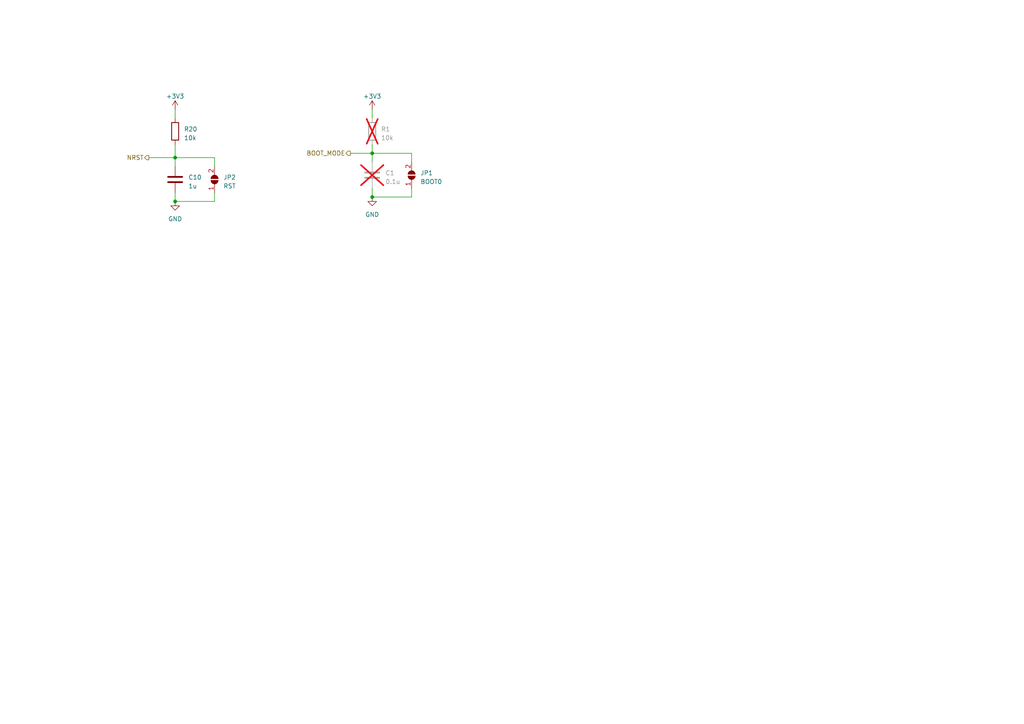
<source format=kicad_sch>
(kicad_sch (version 20231120) (generator "eeschema") (generator_version "8.0")
  (paper "A4")
  (lib_symbols
    (symbol "Device:C" (pin_numbers hide) (pin_names (offset 0.254))
      (property "Reference" "C" (at 0.635 2.54 0))
      (property "Value" "C" (at 0.635 -2.54 0))
      (symbol "C_0_1"
        (polyline (pts (xy -2.032 -0.762) (xy 2.032 -0.762)) (stroke (width 0.508)))
        (polyline (pts (xy -2.032 0.762) (xy 2.032 0.762)) (stroke (width 0.508)))
      )
      (symbol "C_1_1"
        (pin passive line (at 0 3.81 270) (length 2.794) (name "~") (number "1"))
        (pin passive line (at 0 -3.81 90) (length 2.794) (name "~") (number "2"))
      )
    )
    (symbol "Device:R" (pin_numbers hide) (pin_names (offset 0))
      (property "Reference" "R" (at 2.032 0 90))
      (property "Value" "R" (at 0 0 90))
      (symbol "R_0_1"
        (rectangle (start -1.016 -2.54) (end 1.016 2.54) (stroke (width 0.254)))
      )
      (symbol "R_1_1"
        (pin passive line (at 0 3.81 270) (length 1.27) (name "~") (number "1"))
        (pin passive line (at 0 -3.81 90) (length 1.27) (name "~") (number "2"))
      )
    )
    (symbol "Jumper:SolderJumper_2_Open" (pin_names (offset 0) hide)
      (property "Reference" "JP" (at 0 2.032 0))
      (property "Value" "SolderJumper_2_Open" (at 0 -2.54 0))
      (symbol "SolderJumper_2_Open_0_1"
        (arc (start -0.254 1.016) (mid -1.2656 0) (end -0.254 -1.016))
        (arc (start -0.254 1.016) (mid -1.2656 0) (end -0.254 -1.016) (fill (type outline)))
        (polyline (pts (xy -0.254 1.016) (xy -0.254 -1.016)))
        (polyline (pts (xy 0.254 1.016) (xy 0.254 -1.016)))
        (arc (start 0.254 -1.016) (mid 1.2656 0) (end 0.254 1.016))
        (arc (start 0.254 -1.016) (mid 1.2656 0) (end 0.254 1.016) (fill (type outline)))
      )
      (symbol "SolderJumper_2_Open_1_1"
        (pin passive line (at -3.81 0 0) (length 2.54) (name "A") (number "1"))
        (pin passive line (at 3.81 0 180) (length 2.54) (name "B") (number "2"))
      )
    )
    (symbol "power:+3V3" (power) (pin_names (offset 0))
      (property "Value" "+3V3" (at 0 3.556 0))
      (symbol "+3V3_0_1"
        (polyline (pts (xy -0.762 1.27) (xy 0 2.54)))
        (polyline (pts (xy 0 0) (xy 0 2.54)))
        (polyline (pts (xy 0 2.54) (xy 0.762 1.27)))
      )
      (symbol "+3V3_1_1"
        (pin power_in line (at 0 0 90) (length 0) hide (name "+3V3") (number "1"))
      )
    )
    (symbol "power:GND" (power) (pin_names (offset 0))
      (property "Value" "GND" (at 0 -3.81 0))
      (symbol "GND_0_1"
        (polyline (pts (xy 0 0) (xy 0 -1.27) (xy 1.27 -1.27) (xy 0 -2.54) (xy -1.27 -1.27) (xy 0 -1.27)))
      )
      (symbol "GND_1_1"
        (pin power_in line (at 0 0 270) (length 0) hide (name "GND") (number "1"))
      )
    )
  )
  (junction (at 107.95 57.15))
  (junction (at 50.8 58.42))
  (junction (at 107.95 44.45))
  (junction (at 50.8 45.72))
  (wire (pts (xy 119.38 54.61) (xy 119.38 57.15)))
  (wire (pts (xy 119.38 57.15) (xy 107.95 57.15)))
  (wire (pts (xy 50.8 41.91) (xy 50.8 45.72)))
  (wire (pts (xy 107.95 41.91) (xy 107.95 44.45)))
  (wire (pts (xy 62.23 58.42) (xy 50.8 58.42)))
  (wire (pts (xy 43.18 45.72) (xy 50.8 45.72)))
  (wire (pts (xy 101.6 44.45) (xy 107.95 44.45)))
  (wire (pts (xy 107.95 44.45) (xy 119.38 44.45)))
  (wire (pts (xy 50.8 31.75) (xy 50.8 34.29)))
  (wire (pts (xy 107.95 57.15) (xy 107.95 54.61)))
  (wire (pts (xy 50.8 45.72) (xy 50.8 48.26)))
  (wire (pts (xy 119.38 44.45) (xy 119.38 46.99)))
  (wire (pts (xy 107.95 31.75) (xy 107.95 34.29)))
  (wire (pts (xy 50.8 45.72) (xy 62.23 45.72)))
  (wire (pts (xy 62.23 45.72) (xy 62.23 48.26)))
  (wire (pts (xy 107.95 44.45) (xy 107.95 46.99)))
  (wire (pts (xy 62.23 55.88) (xy 62.23 58.42)))
  (wire (pts (xy 50.8 58.42) (xy 50.8 55.88)))
  (hierarchical_label "NRST" (shape output) (at 43.18 45.72 180))
  (hierarchical_label "BOOT_MODE" (shape output) (at 101.6 44.45 180))
  (symbol (lib_id "power:+3V3") (at 50.8 31.75 0) (unit 1)
    (property "Reference" "#PWR019" (effects (hide yes)))
    (property "Value" "+3V3" (at 50.8 27.94 0))
  )
  (symbol (lib_id "Device:C") (at 50.8 52.07 0) (unit 1)
    (property "Reference" "C10" (at 54.61 51.435 0) (effects (justify left)))
    (property "Value" "1u" (at 54.61 53.975 0) (effects (justify left)))
    (property "Footprint" "Capacitor_SMD:C_0603_1608Metric" (effects (hide yes)))
  )
  (symbol (lib_id "Jumper:SolderJumper_2_Open") (at 119.38 50.8 90) (unit 1) (in_bom no)
    (property "Reference" "JP1" (at 121.92 50.165 90) (effects (justify right)))
    (property "Value" "BOOT0" (at 121.92 52.705 90) (effects (justify right)))
    (property "Footprint" "Jumper:SolderJumper-2_P1.3mm_Open_RoundedPad1.0x1.5mm" (effects (hide yes)))
  )
  (symbol (lib_id "power:+3V3") (at 107.95 31.75 0) (unit 1)
    (property "Reference" "#PWR043" (effects (hide yes)))
    (property "Value" "+3V3" (at 107.95 27.94 0))
  )
  (symbol (lib_id "Device:R") (at 50.8 38.1 0) (unit 1)
    (property "Reference" "R20" (at 53.34 37.465 0) (effects (justify left)))
    (property "Value" "10k" (at 53.34 40.005 0) (effects (justify left)))
    (property "Footprint" "Resistor_SMD:R_0603_1608Metric" (effects (hide yes)))
  )
  (symbol (lib_id "Device:C") (at 107.95 50.8 0) (unit 1) (dnp yes)
    (property "Reference" "C1" (at 111.76 50.165 0) (effects (justify left)))
    (property "Value" "0.1u" (at 111.76 52.705 0) (effects (justify left)))
    (property "Footprint" "Capacitor_SMD:C_0603_1608Metric" (effects (hide yes)))
  )
  (symbol (lib_id "Jumper:SolderJumper_2_Open") (at 62.23 52.07 90) (unit 1) (in_bom no)
    (property "Reference" "JP2" (at 64.77 51.435 90) (effects (justify right)))
    (property "Value" "RST" (at 64.77 53.975 90) (effects (justify right)))
    (property "Footprint" "Jumper:SolderJumper-2_P1.3mm_Open_RoundedPad1.0x1.5mm" (effects (hide yes)))
  )
  (symbol (lib_id "Device:R") (at 107.95 38.1 0) (unit 1) (dnp yes)
    (property "Reference" "R1" (at 110.49 37.465 0) (effects (justify left)))
    (property "Value" "10k" (at 110.49 40.005 0) (effects (justify left)))
    (property "Footprint" "Resistor_SMD:R_0603_1608Metric" (effects (hide yes)))
  )
  (symbol (lib_id "power:GND") (at 107.95 57.15 0) (unit 1)
    (property "Reference" "#PWR045" (effects (hide yes)))
    (property "Value" "GND" (at 107.95 62.23 0))
  )
  (symbol (lib_id "power:GND") (at 50.8 58.42 0) (unit 1)
    (property "Reference" "#PWR020" (effects (hide yes)))
    (property "Value" "GND" (at 50.8 63.5 0))
  )
)
</source>
